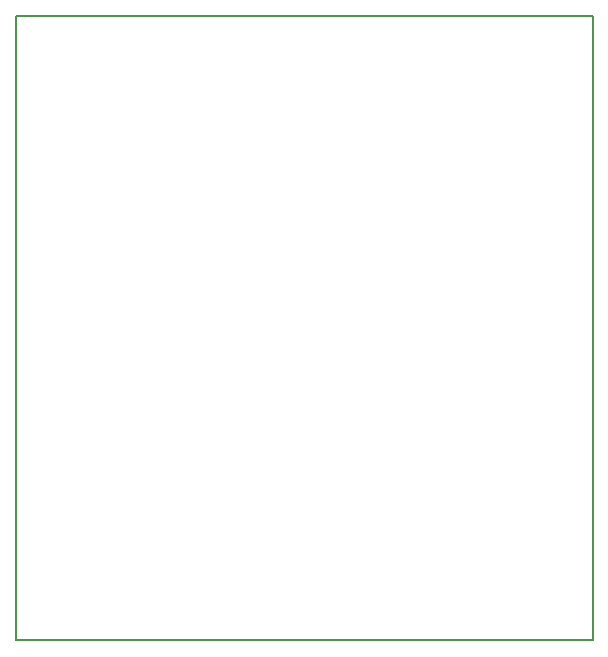
<source format=gm1>
G04 MADE WITH FRITZING*
G04 WWW.FRITZING.ORG*
G04 DOUBLE SIDED*
G04 HOLES PLATED*
G04 CONTOUR ON CENTER OF CONTOUR VECTOR*
%ASAXBY*%
%FSLAX23Y23*%
%MOIN*%
%OFA0B0*%
%SFA1.0B1.0*%
%ADD10R,1.930780X2.086610*%
%ADD11C,0.008000*%
%ADD10C,0.008*%
%LNCONTOUR*%
G90*
G70*
G54D10*
G54D11*
X4Y2083D02*
X1927Y2083D01*
X1927Y4D01*
X4Y4D01*
X4Y2083D01*
D02*
G04 End of contour*
M02*
</source>
